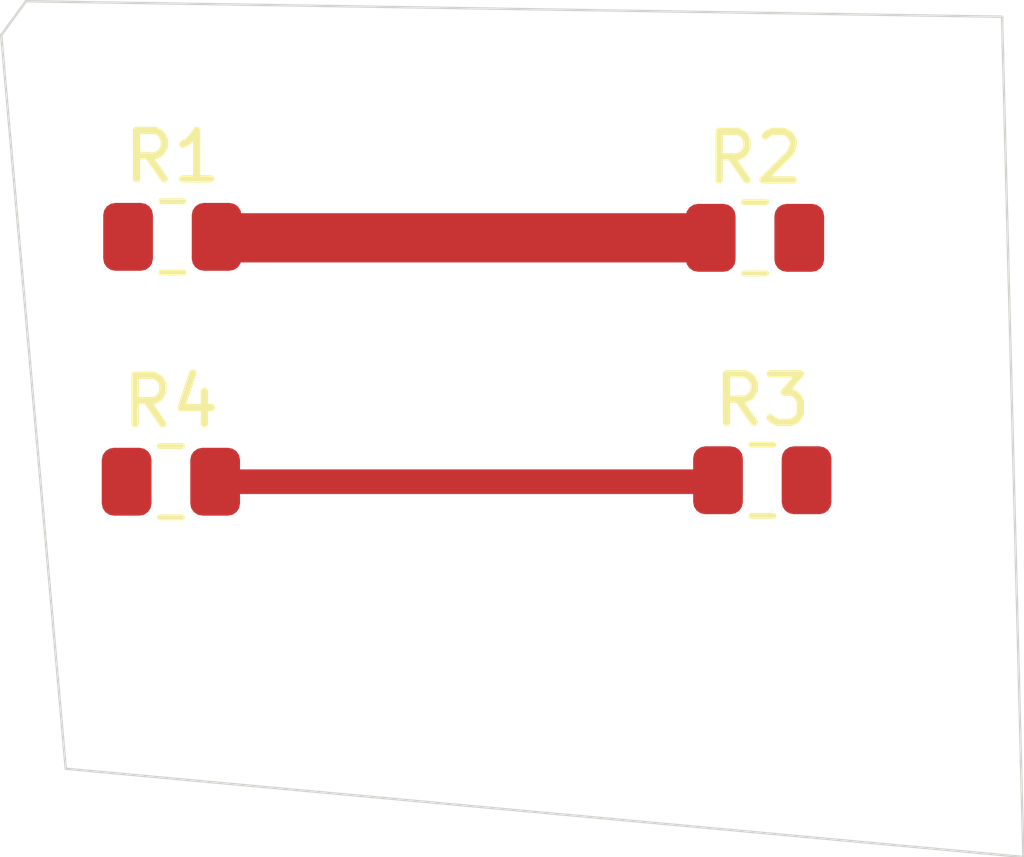
<source format=kicad_pcb>
(kicad_pcb (version 20240706) (generator "pcbnew") (generator_version "8.99")
  (layers (0 "F.Cu" signal) (31 "B.Cu" signal) (34 "B.Paste" user) (35 "F.Paste" user) (36 "B.SilkS" user "B.Silkscreen") (37 "F.SilkS" user "F.Silkscreen") (38 "B.Mask" user) (39 "F.Mask" user) (44 "Edge.Cuts" user))
  (net 0 "")
  (net 2 "Net-(R1-Pad2)")
  (net 5 "Net-(R3-Pad1)")
  (footprint "Resistor_SMD:R_0805_2012Metric" (layer "F.Cu") (at 91.9775 76.91)
    (property "Reference" "R4" (at 0 -1.65 0) (layer "F.SilkS"))
    (property "Value" "R")
    (fp_line (start -0.227064 -0.735) (end 0.227064 -0.735) (stroke (width 0.12)) (layer "F.SilkS"))
    (fp_line (start -0.227064 0.735) (end 0.227064 0.735) (stroke (width 0.12)) (layer "F.SilkS"))
    (pad "1" smd roundrect (at -0.9125 0) (size 1.025 1.4) (layers "F.Cu" "F.Paste" "F.Mask") (roundrect_rratio 0.243902))
    (pad "2" smd roundrect (at 0.9125 0) (size 1.025 1.4) (layers "F.Cu" "F.Paste" "F.Mask") (roundrect_rratio 0.243902) (net 5 "Net-(R3-Pad1)"))
  )
  (footprint "Resistor_SMD:R_0805_2012Metric" (layer "F.Cu") (at 92.0075 71.86)
    (property "Reference" "R1" (at 0 -1.65 0) (layer "F.SilkS"))
    (property "Value" "R")
    (fp_line (start -0.227064 -0.735) (end 0.227064 -0.735) (stroke (width 0.12)) (layer "F.SilkS"))
    (fp_line (start -0.227064 0.735) (end 0.227064 0.735) (stroke (width 0.12)) (layer "F.SilkS"))
    (pad "1" smd roundrect (at -0.9125 0) (size 1.025 1.4) (layers "F.Cu" "F.Paste" "F.Mask") (roundrect_rratio 0.243902))
    (pad "2" smd roundrect (at 0.9125 0) (size 1.025 1.4) (layers "F.Cu" "F.Paste" "F.Mask") (roundrect_rratio 0.243902) (net 2 "Net-(R1-Pad2)"))
  )
  (footprint "Resistor_SMD:R_0805_2012Metric" (layer "F.Cu") (at 104.1675 76.88)
    (property "Reference" "R3" (at 0 -1.65 0) (layer "F.SilkS"))
    (property "Value" "R")
    (fp_line (start -0.227064 -0.735) (end 0.227064 -0.735) (stroke (width 0.12)) (layer "F.SilkS"))
    (fp_line (start -0.227064 0.735) (end 0.227064 0.735) (stroke (width 0.12)) (layer "F.SilkS"))
    (pad "1" smd roundrect (at -0.9125 0) (size 1.025 1.4) (layers "F.Cu" "F.Paste" "F.Mask") (roundrect_rratio 0.243902) (net 5 "Net-(R3-Pad1)"))
    (pad "2" smd roundrect (at 0.9125 0) (size 1.025 1.4) (layers "F.Cu" "F.Paste" "F.Mask") (roundrect_rratio 0.243902))
  )
  (footprint "Resistor_SMD:R_0805_2012Metric" (layer "F.Cu") (at 104.0175 71.88)
    (property "Reference" "R2" (at 0 -1.65 0) (layer "F.SilkS"))
    (property "Value" "R")
    (fp_line (start -0.227064 -0.735) (end 0.227064 -0.735) (stroke (width 0.12)) (layer "F.SilkS"))
    (fp_line (start -0.227064 0.735) (end 0.227064 0.735) (stroke (width 0.12)) (layer "F.SilkS"))
    (pad "1" smd roundrect (at -0.9125 0) (size 1.025 1.4) (layers "F.Cu" "F.Paste" "F.Mask") (roundrect_rratio 0.243902) (net 2 "Net-(R1-Pad2)"))
    (pad "2" smd roundrect (at 0.9125 0) (size 1.025 1.4) (layers "F.Cu" "F.Paste" "F.Mask") (roundrect_rratio 0.243902))
  )
  (gr_line (start 109.55 84.65) (end 89.81 82.83) (stroke (width 0.05)) (layer "Edge.Cuts"))
  (gr_line (start 88.99 67) (end 109.11 67.32) (stroke (width 0.05)) (layer "Edge.Cuts"))
  (gr_line (start 109.11 67.32) (end 109.55 84.65) (stroke (width 0.05)) (layer "Edge.Cuts"))
  (gr_line (start 88.99 67) (end 88.48 67.7) (stroke (width 0.05)) (layer "Edge.Cuts"))
  (gr_line (start 89.81 82.83) (end 88.48 67.7) (stroke (width 0.05)) (layer "Edge.Cuts"))
  (segment (start 103.105 71.88) (end 92.94 71.88) (width 1.016) (layer "F.Cu") (net 2))
  (segment (start 92.89 76.91) (end 103.225 76.91) (width 0.508) (layer "F.Cu") (net 5))
)
</source>
